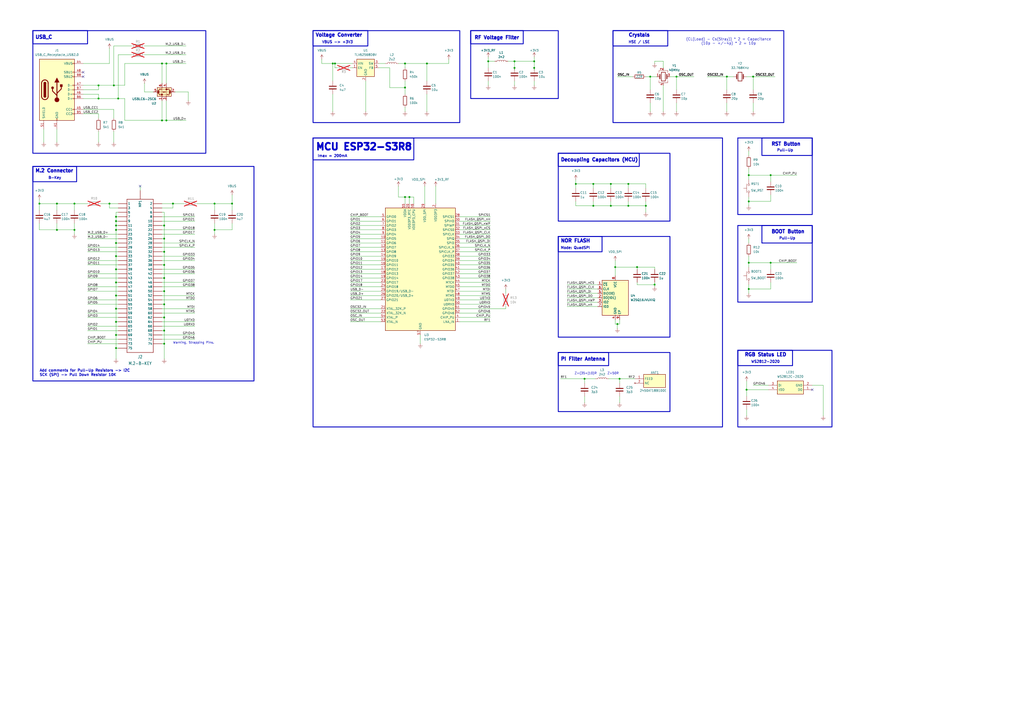
<source format=kicad_sch>
(kicad_sch (version 20231120) (generator "eeschema") (generator_version "8.0")
  (paper "A2")
  (junction (at 447.04 152.4))
  (junction (at 247.65 36.83))
  (junction (at 95.25 161.29))
  (junction (at 95.25 153.67))
  (junction (at 96.52 36.83))
  (junction (at 434.34 116.84))
  (junction (at 433.07 226.06))
  (junction (at 67.31 128.27))
  (junction (at 374.65 119.38))
  (junction (at 434.34 101.6))
  (junction (at 67.31 140.97))
  (junction (at 67.31 194.31))
  (junction (at 124.46 133.35))
  (junction (at 67.31 133.35))
  (junction (at 67.31 130.81))
  (junction (at 298.45 35.56))
  (junction (at 194.31 36.83))
  (junction (at 95.25 176.53))
  (junction (at 379.73 165.1))
  (junction (at 344.17 119.38))
  (junction (at 67.31 186.69))
  (junction (at 436.88 44.45))
  (junction (at 93.98 69.85))
  (junction (at 67.31 156.21))
  (junction (at 95.25 191.77))
  (junction (at 95.25 146.05))
  (junction (at 95.25 199.39))
  (junction (at 298.45 39.37))
  (junction (at 95.25 130.81))
  (junction (at 67.31 125.73))
  (junction (at 67.31 171.45))
  (junction (at 95.25 184.15))
  (junction (at 354.33 119.38))
  (junction (at 364.49 106.68))
  (junction (at 68.58 57.15))
  (junction (at 356.87 154.94))
  (junction (at 377.19 44.45))
  (junction (at 234.95 36.83))
  (junction (at 369.57 154.94))
  (junction (at 309.88 35.56))
  (junction (at 67.31 163.83))
  (junction (at 358.14 187.96))
  (junction (at 57.15 49.53))
  (junction (at 434.34 152.4))
  (junction (at 309.88 39.37))
  (junction (at 43.18 133.35))
  (junction (at 447.04 101.6))
  (junction (at 434.34 167.64))
  (junction (at 63.5 118.11))
  (junction (at 100.33 118.11))
  (junction (at 234.95 50.8))
  (junction (at 283.21 35.56))
  (junction (at 334.01 106.68))
  (junction (at 67.31 201.93))
  (junction (at 96.52 69.85))
  (junction (at 43.18 118.11))
  (junction (at 193.04 36.83))
  (junction (at 22.86 118.11))
  (junction (at 67.31 148.59))
  (junction (at 392.43 44.45))
  (junction (at 57.15 57.15))
  (junction (at 95.25 138.43))
  (junction (at 67.31 179.07))
  (junction (at 93.98 36.83))
  (junction (at 339.09 219.71))
  (junction (at 421.64 44.45))
  (junction (at 354.33 106.68))
  (junction (at 344.17 106.68))
  (junction (at 66.04 49.53))
  (junction (at 237.49 114.3))
  (junction (at 134.62 118.11))
  (junction (at 33.02 118.11))
  (junction (at 234.95 114.3))
  (junction (at 95.25 168.91))
  (junction (at 124.46 118.11))
  (junction (at 364.49 119.38))
  (junction (at 33.02 133.35))
  (junction (at 359.41 219.71))
  (no_connect (at 48.26 41.91))
  (no_connect (at 81.28 107.95))
  (no_connect (at 471.17 226.06))
  (no_connect (at 48.26 44.45))
  (wire (pts (xy 203.2 140.97) (xy 220.98 140.97)))
  (wire (pts (xy 434.34 165.1) (xy 434.34 167.64)))
  (wire (pts (xy 67.31 179.07) (xy 68.58 179.07)))
  (wire (pts (xy 246.38 107.95) (xy 246.38 118.11)))
  (wire (pts (xy 67.31 128.27) (xy 67.31 130.81)))
  (wire (pts (xy 243.84 194.31) (xy 243.84 199.39)))
  (wire (pts (xy 359.41 229.87) (xy 359.41 233.68)))
  (wire (pts (xy 93.98 179.07) (xy 113.03 179.07)))
  (wire (pts (xy 447.04 152.4) (xy 434.34 152.4)))
  (wire (pts (xy 334.01 104.14) (xy 334.01 106.68)))
  (wire (pts (xy 67.31 133.35) (xy 67.31 140.97)))
  (wire (pts (xy 266.7 138.43) (xy 284.48 138.43)))
  (wire (pts (xy 325.12 219.71) (xy 339.09 219.71)))
  (wire (pts (xy 379.73 163.83) (xy 379.73 165.1)))
  (wire (pts (xy 447.04 101.6) (xy 447.04 105.41)))
  (wire (pts (xy 433.07 226.06) (xy 433.07 229.87)))
  (wire (pts (xy 356.87 185.42) (xy 356.87 187.96)))
  (wire (pts (xy 93.98 135.89) (xy 113.03 135.89)))
  (wire (pts (xy 68.58 120.65) (xy 63.5 120.65)))
  (wire (pts (xy 50.8 151.13) (xy 68.58 151.13)))
  (wire (pts (xy 203.2 128.27) (xy 220.98 128.27)))
  (wire (pts (xy 194.31 36.83) (xy 204.47 36.83)))
  (wire (pts (xy 72.39 36.83) (xy 93.98 36.83)))
  (wire (pts (xy 203.2 173.99) (xy 220.98 173.99)))
  (wire (pts (xy 50.8 176.53) (xy 68.58 176.53)))
  (wire (pts (xy 186.69 36.83) (xy 193.04 36.83)))
  (wire (pts (xy 240.03 118.11) (xy 240.03 114.3)))
  (wire (pts (xy 379.73 156.21) (xy 379.73 154.94)))
  (wire (pts (xy 76.2 26.67) (xy 66.04 26.67)))
  (wire (pts (xy 203.2 179.07) (xy 220.98 179.07)))
  (wire (pts (xy 392.43 44.45) (xy 402.59 44.45)))
  (wire (pts (xy 334.01 119.38) (xy 344.17 119.38)))
  (wire (pts (xy 67.31 171.45) (xy 67.31 179.07)))
  (wire (pts (xy 50.8 189.23) (xy 68.58 189.23)))
  (wire (pts (xy 434.34 114.3) (xy 434.34 116.84)))
  (wire (pts (xy 203.2 171.45) (xy 220.98 171.45)))
  (wire (pts (xy 434.34 148.59) (xy 434.34 152.4)))
  (wire (pts (xy 434.34 87.63) (xy 434.34 90.17)))
  (wire (pts (xy 247.65 36.83) (xy 247.65 46.99)))
  (wire (pts (xy 134.62 133.35) (xy 124.46 133.35)))
  (wire (pts (xy 83.82 26.67) (xy 107.95 26.67)))
  (wire (pts (xy 33.02 129.54) (xy 33.02 133.35)))
  (wire (pts (xy 392.43 59.69) (xy 392.43 64.77)))
  (wire (pts (xy 43.18 133.35) (xy 43.18 135.89)))
  (wire (pts (xy 67.31 125.73) (xy 67.31 128.27)))
  (wire (pts (xy 388.62 44.45) (xy 392.43 44.45)))
  (wire (pts (xy 66.04 26.67) (xy 66.04 49.53)))
  (wire (pts (xy 266.7 158.75) (xy 284.48 158.75)))
  (wire (pts (xy 57.15 52.07) (xy 48.26 52.07)))
  (wire (pts (xy 374.65 106.68) (xy 374.65 109.22)))
  (wire (pts (xy 356.87 151.13) (xy 356.87 154.94)))
  (wire (pts (xy 266.7 173.99) (xy 284.48 173.99)))
  (wire (pts (xy 67.31 171.45) (xy 68.58 171.45)))
  (wire (pts (xy 48.26 63.5) (xy 66.04 63.5)))
  (wire (pts (xy 93.98 166.37) (xy 113.03 166.37)))
  (wire (pts (xy 203.2 148.59) (xy 220.98 148.59)))
  (wire (pts (xy 67.31 125.73) (xy 68.58 125.73)))
  (wire (pts (xy 22.86 115.57) (xy 22.86 118.11)))
  (wire (pts (xy 379.73 35.56) (xy 384.81 35.56)))
  (wire (pts (xy 48.26 66.04) (xy 57.15 66.04)))
  (wire (pts (xy 298.45 40.64) (xy 298.45 39.37)))
  (wire (pts (xy 421.64 59.69) (xy 421.64 64.77)))
  (wire (pts (xy 359.41 219.71) (xy 359.41 222.25)))
  (wire (pts (xy 95.25 191.77) (xy 95.25 184.15)))
  (wire (pts (xy 447.04 163.83) (xy 447.04 167.64)))
  (wire (pts (xy 96.52 36.83) (xy 107.95 36.83)))
  (wire (pts (xy 266.7 168.91) (xy 284.48 168.91)))
  (wire (pts (xy 364.49 106.68) (xy 374.65 106.68)))
  (wire (pts (xy 266.7 179.07) (xy 293.37 179.07)))
  (wire (pts (xy 433.07 220.98) (xy 433.07 226.06)))
  (wire (pts (xy 95.25 161.29) (xy 95.25 153.67)))
  (wire (pts (xy 266.7 130.81) (xy 284.48 130.81)))
  (wire (pts (xy 124.46 118.11) (xy 124.46 121.92)))
  (wire (pts (xy 334.01 106.68) (xy 334.01 109.22)))
  (wire (pts (xy 50.8 196.85) (xy 68.58 196.85)))
  (wire (pts (xy 234.95 114.3) (xy 231.14 114.3)))
  (wire (pts (xy 93.98 186.69) (xy 113.03 186.69)))
  (wire (pts (xy 358.14 187.96) (xy 356.87 187.96)))
  (wire (pts (xy 354.33 109.22) (xy 354.33 106.68)))
  (wire (pts (xy 421.64 52.07) (xy 421.64 44.45)))
  (wire (pts (xy 72.39 57.15) (xy 72.39 69.85)))
  (wire (pts (xy 283.21 35.56) (xy 287.02 35.56)))
  (wire (pts (xy 309.88 46.99) (xy 309.88 49.53)))
  (wire (pts (xy 48.26 36.83) (xy 63.5 36.83)))
  (wire (pts (xy 22.86 129.54) (xy 22.86 133.35)))
  (wire (pts (xy 266.7 176.53) (xy 284.48 176.53)))
  (wire (pts (xy 93.98 163.83) (xy 113.03 163.83)))
  (wire (pts (xy 447.04 101.6) (xy 434.34 101.6)))
  (wire (pts (xy 219.71 39.37) (xy 226.06 39.37)))
  (wire (pts (xy 67.31 133.35) (xy 68.58 133.35)))
  (wire (pts (xy 50.8 143.51) (xy 68.58 143.51)))
  (wire (pts (xy 447.04 101.6) (xy 462.28 101.6)))
  (wire (pts (xy 93.98 158.75) (xy 113.03 158.75)))
  (wire (pts (xy 83.82 31.75) (xy 107.95 31.75)))
  (wire (pts (xy 50.8 166.37) (xy 68.58 166.37)))
  (wire (pts (xy 134.62 129.54) (xy 134.62 133.35)))
  (wire (pts (xy 203.2 135.89) (xy 220.98 135.89)))
  (wire (pts (xy 57.15 57.15) (xy 57.15 54.61)))
  (wire (pts (xy 266.7 161.29) (xy 284.48 161.29)))
  (wire (pts (xy 58.42 118.11) (xy 63.5 118.11)))
  (wire (pts (xy 57.15 76.2) (xy 57.15 82.55)))
  (wire (pts (xy 95.25 191.77) (xy 95.25 199.39)))
  (wire (pts (xy 266.7 171.45) (xy 284.48 171.45)))
  (wire (pts (xy 67.31 156.21) (xy 67.31 163.83)))
  (wire (pts (xy 67.31 140.97) (xy 68.58 140.97)))
  (wire (pts (xy 67.31 201.93) (xy 67.31 208.28)))
  (wire (pts (xy 374.65 116.84) (xy 374.65 119.38)))
  (wire (pts (xy 93.98 133.35) (xy 113.03 133.35)))
  (wire (pts (xy 93.98 181.61) (xy 113.03 181.61)))
  (wire (pts (xy 266.7 128.27) (xy 284.48 128.27)))
  (wire (pts (xy 377.19 59.69) (xy 377.19 64.77)))
  (wire (pts (xy 266.7 166.37) (xy 284.48 166.37)))
  (wire (pts (xy 67.31 163.83) (xy 68.58 163.83)))
  (wire (pts (xy 93.98 171.45) (xy 113.03 171.45)))
  (wire (pts (xy 95.25 153.67) (xy 95.25 146.05)))
  (wire (pts (xy 66.04 63.5) (xy 66.04 68.58)))
  (wire (pts (xy 346.71 165.1) (xy 328.93 165.1)))
  (wire (pts (xy 93.98 138.43) (xy 95.25 138.43)))
  (wire (pts (xy 434.34 97.79) (xy 434.34 101.6)))
  (wire (pts (xy 447.04 152.4) (xy 462.28 152.4)))
  (wire (pts (xy 203.2 143.51) (xy 220.98 143.51)))
  (wire (pts (xy 203.2 168.91) (xy 220.98 168.91)))
  (wire (pts (xy 266.7 181.61) (xy 284.48 181.61)))
  (wire (pts (xy 328.93 167.64) (xy 346.71 167.64)))
  (wire (pts (xy 43.18 129.54) (xy 43.18 133.35)))
  (wire (pts (xy 93.98 196.85) (xy 113.03 196.85)))
  (wire (pts (xy 434.34 167.64) (xy 434.34 170.18)))
  (wire (pts (xy 364.49 106.68) (xy 364.49 109.22)))
  (wire (pts (xy 237.49 118.11) (xy 237.49 114.3)))
  (wire (pts (xy 298.45 35.56) (xy 294.64 35.56)))
  (wire (pts (xy 93.98 194.31) (xy 113.03 194.31)))
  (wire (pts (xy 392.43 44.45) (xy 392.43 52.07)))
  (wire (pts (xy 43.18 118.11) (xy 33.02 118.11)))
  (wire (pts (xy 186.69 34.29) (xy 186.69 36.83)))
  (wire (pts (xy 379.73 165.1) (xy 369.57 165.1)))
  (wire (pts (xy 93.98 120.65) (xy 100.33 120.65)))
  (wire (pts (xy 203.2 146.05) (xy 220.98 146.05)))
  (wire (pts (xy 203.2 186.69) (xy 220.98 186.69)))
  (wire (pts (xy 231.14 36.83) (xy 234.95 36.83)))
  (wire (pts (xy 379.73 165.1) (xy 379.73 166.37)))
  (wire (pts (xy 67.31 163.83) (xy 67.31 171.45)))
  (wire (pts (xy 93.98 168.91) (xy 95.25 168.91)))
  (wire (pts (xy 344.17 119.38) (xy 354.33 119.38)))
  (wire (pts (xy 203.2 166.37) (xy 220.98 166.37)))
  (wire (pts (xy 33.02 74.93) (xy 33.02 82.55)))
  (wire (pts (xy 67.31 140.97) (xy 67.31 148.59)))
  (wire (pts (xy 50.8 168.91) (xy 68.58 168.91)))
  (wire (pts (xy 231.14 107.95) (xy 231.14 114.3)))
  (wire (pts (xy 33.02 133.35) (xy 43.18 133.35)))
  (wire (pts (xy 203.2 39.37) (xy 204.47 39.37)))
  (wire (pts (xy 298.45 39.37) (xy 298.45 35.56)))
  (wire (pts (xy 193.04 36.83) (xy 193.04 46.99)))
  (wire (pts (xy 359.41 185.42) (xy 359.41 187.96)))
  (wire (pts (xy 354.33 116.84) (xy 354.33 119.38)))
  (wire (pts (xy 33.02 118.11) (xy 33.02 121.92)))
  (wire (pts (xy 50.8 191.77) (xy 68.58 191.77)))
  (wire (pts (xy 203.2 133.35) (xy 220.98 133.35)))
  (wire (pts (xy 436.88 44.45) (xy 436.88 52.07)))
  (wire (pts (xy 346.71 175.26) (xy 328.93 175.26)))
  (wire (pts (xy 194.31 36.83) (xy 193.04 36.83)))
  (wire (pts (xy 43.18 118.11) (xy 43.18 121.92)))
  (wire (pts (xy 266.7 186.69) (xy 284.48 186.69)))
  (wire (pts (xy 212.09 46.99) (xy 212.09 64.77)))
  (wire (pts (xy 374.65 119.38) (xy 374.65 123.19)))
  (wire (pts (xy 57.15 66.04) (xy 57.15 68.58)))
  (wire (pts (xy 334.01 116.84) (xy 334.01 119.38)))
  (wire (pts (xy 436.88 59.69) (xy 436.88 64.77)))
  (wire (pts (xy 50.8 161.29) (xy 68.58 161.29)))
  (wire (pts (xy 67.31 201.93) (xy 68.58 201.93)))
  (wire (pts (xy 134.62 113.03) (xy 134.62 118.11)))
  (wire (pts (xy 48.26 57.15) (xy 57.15 57.15)))
  (wire (pts (xy 109.22 53.34) (xy 109.22 58.42)))
  (wire (pts (xy 339.09 219.71) (xy 345.44 219.71)))
  (wire (pts (xy 266.7 184.15) (xy 284.48 184.15)))
  (wire (pts (xy 234.95 62.23) (xy 234.95 64.77)))
  (wire (pts (xy 309.88 40.64) (xy 309.88 39.37)))
  (wire (pts (xy 93.98 189.23) (xy 113.03 189.23)))
  (wire (pts (xy 369.57 156.21) (xy 369.57 154.94)))
  (wire (pts (xy 377.19 44.45) (xy 381 44.45)))
  (wire (pts (xy 384.81 49.53) (xy 384.81 64.77)))
  (wire (pts (xy 50.8 146.05) (xy 68.58 146.05)))
  (wire (pts (xy 72.39 36.83) (xy 72.39 49.53)))
  (wire (pts (xy 260.35 34.29) (xy 260.35 36.83)))
  (wire (pts (xy 374.65 119.38) (xy 364.49 119.38)))
  (wire (pts (xy 95.25 184.15) (xy 95.25 176.53)))
  (wire (pts (xy 447.04 116.84) (xy 434.34 116.84)))
  (wire (pts (xy 203.2 138.43) (xy 220.98 138.43)))
  (wire (pts (xy 93.98 199.39) (xy 95.25 199.39)))
  (wire (pts (xy 67.31 186.69) (xy 67.31 194.31)))
  (wire (pts (xy 93.98 36.83) (xy 96.52 36.83)))
  (wire (pts (xy 410.21 44.45) (xy 421.64 44.45)))
  (wire (pts (xy 344.17 106.68) (xy 354.33 106.68)))
  (wire (pts (xy 124.46 133.35) (xy 124.46 135.89)))
  (wire (pts (xy 346.71 170.18) (xy 328.93 170.18)))
  (wire (pts (xy 124.46 129.54) (xy 124.46 133.35)))
  (wire (pts (xy 93.98 161.29) (xy 95.25 161.29)))
  (wire (pts (xy 134.62 118.11) (xy 134.62 121.92)))
  (wire (pts (xy 67.31 179.07) (xy 67.31 186.69)))
  (wire (pts (xy 237.49 114.3) (xy 234.95 114.3)))
  (wire (pts (xy 50.8 158.75) (xy 68.58 158.75)))
  (wire (pts (xy 471.17 223.52) (xy 477.52 223.52)))
  (wire (pts (xy 344.17 106.68) (xy 334.01 106.68)))
  (wire (pts (xy 247.65 64.77) (xy 247.65 54.61)))
  (wire (pts (xy 63.5 36.83) (xy 63.5 27.94)))
  (wire (pts (xy 339.09 219.71) (xy 339.09 222.25)))
  (wire (pts (xy 95.25 138.43) (xy 95.25 130.81)))
  (wire (pts (xy 344.17 116.84) (xy 344.17 119.38)))
  (wire (pts (xy 293.37 167.64) (xy 293.37 170.18)))
  (wire (pts (xy 433.07 44.45) (xy 436.88 44.45)))
  (wire (pts (xy 266.7 125.73) (xy 284.48 125.73)))
  (wire (pts (xy 266.7 140.97) (xy 284.48 140.97)))
  (wire (pts (xy 83.82 53.34) (xy 88.9 53.34)))
  (wire (pts (xy 95.25 168.91) (xy 95.25 161.29)))
  (wire (pts (xy 266.7 153.67) (xy 284.48 153.67)))
  (wire (pts (xy 50.8 135.89) (xy 68.58 135.89)))
  (wire (pts (xy 67.31 130.81) (xy 67.31 133.35)))
  (wire (pts (xy 434.34 152.4) (xy 434.34 154.94)))
  (wire (pts (xy 95.25 146.05) (xy 95.25 138.43)))
  (wire (pts (xy 67.31 194.31) (xy 68.58 194.31)))
  (wire (pts (xy 93.98 191.77) (xy 95.25 191.77)))
  (wire (pts (xy 100.33 120.65) (xy 100.33 118.11)))
  (wire (pts (xy 100.33 118.11) (xy 106.68 118.11)))
  (wire (pts (xy 93.98 184.15) (xy 95.25 184.15)))
  (wire (pts (xy 421.64 44.45) (xy 425.45 44.45)))
  (wire (pts (xy 203.2 156.21) (xy 220.98 156.21)))
  (wire (pts (xy 95.25 199.39) (xy 95.25 208.28)))
  (wire (pts (xy 309.88 39.37) (xy 309.88 35.56)))
  (wire (pts (xy 203.2 158.75) (xy 220.98 158.75)))
  (wire (pts (xy 72.39 57.15) (xy 68.58 57.15)))
  (wire (pts (xy 93.98 176.53) (xy 95.25 176.53)))
  (wire (pts (xy 298.45 46.99) (xy 298.45 49.53)))
  (wire (pts (xy 93.98 156.21) (xy 113.03 156.21)))
  (wire (pts (xy 93.98 173.99) (xy 113.03 173.99)))
  (wire (pts (xy 93.98 128.27) (xy 113.03 128.27)))
  (wire (pts (xy 67.31 186.69) (xy 68.58 186.69)))
  (wire (pts (xy 81.28 107.95) (xy 81.28 110.49)))
  (wire (pts (xy 234.95 36.83) (xy 234.95 39.37)))
  (wire (pts (xy 434.34 116.84) (xy 434.34 119.38)))
  (wire (pts (xy 364.49 116.84) (xy 364.49 119.38)))
  (wire (pts (xy 203.2 151.13) (xy 220.98 151.13)))
  (wire (pts (xy 22.86 133.35) (xy 33.02 133.35)))
  (wire (pts (xy 124.46 118.11) (xy 134.62 118.11)))
  (wire (pts (xy 283.21 46.99) (xy 283.21 49.53)))
  (wire (pts (xy 436.88 44.45) (xy 449.58 44.45)))
  (wire (pts (xy 67.31 128.27) (xy 68.58 128.27)))
  (wire (pts (xy 266.7 135.89) (xy 284.48 135.89)))
  (wire (pts (xy 369.57 163.83) (xy 369.57 165.1)))
  (wire (pts (xy 283.21 33.02) (xy 283.21 35.56)))
  (wire (pts (xy 93.98 130.81) (xy 95.25 130.81)))
  (wire (pts (xy 356.87 154.94) (xy 356.87 160.02)))
  (wire (pts (xy 68.58 123.19) (xy 67.31 123.19)))
  (wire (pts (xy 93.98 123.19) (xy 95.25 123.19)))
  (wire (pts (xy 63.5 120.65) (xy 63.5 118.11)))
  (wire (pts (xy 266.7 143.51) (xy 284.48 143.51)))
  (wire (pts (xy 50.8 199.39) (xy 68.58 199.39)))
  (wire (pts (xy 328.93 172.72) (xy 346.71 172.72)))
  (wire (pts (xy 96.52 69.85) (xy 107.95 69.85)))
  (wire (pts (xy 67.31 148.59) (xy 67.31 156.21)))
  (wire (pts (xy 346.71 177.8) (xy 328.93 177.8)))
  (wire (pts (xy 93.98 58.42) (xy 93.98 69.85)))
  (wire (pts (xy 219.71 36.83) (xy 223.52 36.83)))
  (wire (pts (xy 353.06 219.71) (xy 359.41 219.71)))
  (wire (pts (xy 93.98 153.67) (xy 95.25 153.67)))
  (wire (pts (xy 447.04 152.4) (xy 447.04 156.21)))
  (wire (pts (xy 344.17 106.68) (xy 344.17 109.22)))
  (wire (pts (xy 266.7 133.35) (xy 284.48 133.35)))
  (wire (pts (xy 203.2 130.81) (xy 220.98 130.81)))
  (wire (pts (xy 22.86 118.11) (xy 22.86 121.92)))
  (wire (pts (xy 96.52 58.42) (xy 96.52 69.85)))
  (wire (pts (xy 384.81 39.37) (xy 384.81 35.56)))
  (wire (pts (xy 93.98 36.83) (xy 93.98 48.26)))
  (wire (pts (xy 374.65 44.45) (xy 377.19 44.45)))
  (wire (pts (xy 266.7 146.05) (xy 284.48 146.05)))
  (wire (pts (xy 203.2 163.83) (xy 220.98 163.83)))
  (wire (pts (xy 434.34 138.43) (xy 434.34 140.97)))
  (wire (pts (xy 436.88 223.52) (xy 445.77 223.52)))
  (wire (pts (xy 266.7 163.83) (xy 284.48 163.83)))
  (wire (pts (xy 358.14 187.96) (xy 358.14 190.5)))
  (wire (pts (xy 234.95 36.83) (xy 247.65 36.83)))
  (wire (pts (xy 433.07 237.49) (xy 433.07 241.3)))
  (wire (pts (xy 226.06 39.37) (xy 226.06 50.8)))
  (wire (pts (xy 309.88 35.56) (xy 298.45 35.56)))
  (wire (pts (xy 33.02 118.11) (xy 22.86 118.11)))
  (wire (pts (xy 433.07 226.06) (xy 445.77 226.06)))
  (wire (pts (xy 57.15 49.53) (xy 57.15 52.07)))
  (wire (pts (xy 93.98 148.59) (xy 113.03 148.59)))
  (wire (pts (xy 67.31 194.31) (xy 67.31 201.93)))
  (wire (pts (xy 93.98 69.85) (xy 96.52 69.85)))
  (wire (pts (xy 203.2 153.67) (xy 220.98 153.67)))
  (wire (pts (xy 67.31 130.81) (xy 68.58 130.81)))
  (wire (pts (xy 203.2 125.73) (xy 220.98 125.73)))
  (wire (pts (xy 252.73 107.95) (xy 252.73 118.11)))
  (wire (pts (xy 477.52 223.52) (xy 477.52 241.3)))
  (wire (pts (xy 359.41 219.71) (xy 368.3 219.71)))
  (wire (pts (xy 93.98 143.51) (xy 113.03 143.51)))
  (wire (pts (xy 266.7 151.13) (xy 284.48 151.13)))
  (wire (pts (xy 66.04 76.2) (xy 66.04 82.55)))
  (wire (pts (xy 354.33 106.68) (xy 364.49 106.68)))
  (wire (pts (xy 67.31 148.59) (xy 68.58 148.59)))
  (wire (pts (xy 68.58 31.75) (xy 68.58 57.15)))
  (wire (pts (xy 358.14 44.45) (xy 367.03 44.45)))
  (wire (pts (xy 266.7 156.21) (xy 284.48 156.21)))
  (wire (pts (xy 93.98 140.97) (xy 113.03 140.97)))
  (wire (pts (xy 93.98 146.05) (xy 95.25 146.05)))
  (wire (pts (xy 379.73 35.56) (xy 379.73 36.83)))
  (wire (pts (xy 203.2 181.61) (xy 220.98 181.61)))
  (wire (pts (xy 63.5 118.11) (xy 68.58 118.11)))
  (wire (pts (xy 72.39 69.85) (xy 93.98 69.85)))
  (wire (pts (xy 369.57 154.94) (xy 356.87 154.94)))
  (wire (pts (xy 67.31 156.21) (xy 68.58 156.21)))
  (wire (pts (xy 93.98 125.73) (xy 113.03 125.73)))
  (wire (pts (xy 226.06 50.8) (xy 234.95 50.8)))
  (wire (pts (xy 50.8 153.67) (xy 68.58 153.67)))
  (wire (pts (xy 93.98 151.13) (xy 113.03 151.13)))
  (wire (pts (xy 95.25 123.19) (xy 95.25 130.81)))
  (wire (pts (xy 96.52 36.83) (xy 96.52 48.26)))
  (wire (pts (xy 48.26 49.53) (xy 57.15 49.53)))
  (wire (pts (xy 247.65 36.83) (xy 260.35 36.83)))
  (wire (pts (xy 293.37 177.8) (xy 293.37 179.07)))
  (wire (pts (xy 50.8 181.61) (xy 68.58 181.61)))
  (wire (pts (xy 309.88 33.02) (xy 309.88 35.56)))
  (wire (pts (xy 95.25 176.53) (xy 95.25 168.91)))
  (wire (pts (xy 240.03 114.3) (xy 237.49 114.3)))
  (wire (pts (xy 283.21 35.56) (xy 283.21 39.37)))
  (wire (pts (xy 354.33 119.38) (xy 364.49 119.38)))
  (wire (pts (xy 68.58 57.15) (xy 57.15 57.15)))
  (wire (pts (xy 379.73 154.94) (xy 369.57 154.94)))
  (wire (pts (xy 66.04 49.53) (xy 57.15 49.53)))
  (wire (pts (xy 234.95 118.11) (xy 234.95 114.3)))
  (wire (pts (xy 358.14 187.96) (xy 359.41 187.96)))
  (wire (pts (xy 50.8 173.99) (xy 68.58 173.99)))
  (wire (pts (xy 195.58 39.37) (xy 194.31 39.37)))
  (wire (pts (xy 447.04 167.64) (xy 434.34 167.64)))
  (wire (pts (xy 193.04 54.61) (xy 193.04 64.77)))
  (wire (pts (xy 93.98 118.11) (xy 100.33 118.11)))
  (wire (pts (xy 72.39 49.53) (xy 66.04 49.53)))
  (wire (pts (xy 50.8 138.43) (xy 68.58 138.43)))
  (wire (pts (xy 76.2 31.75) (xy 68.58 31.75)))
  (wire (pts (xy 434.34 101.6) (xy 434.34 104.14)))
  (wire (pts (xy 57.15 54.61) (xy 48.26 54.61)))
  (wire (pts (xy 67.31 123.19) (xy 67.31 125.73)))
  (wire (pts (xy 447.04 113.03) (xy 447.04 116.84)))
  (wire (pts (xy 194.31 39.37) (xy 194.31 36.83)))
  (wire (pts (xy 83.82 53.34) (xy 83.82 48.26)))
  (wire (pts (xy 339.09 229.87) (xy 339.09 233.68)))
  (wire (pts (xy 101.6 53.34) (xy 109.22 53.34)))
  (wire (pts (xy 114.3 118.11) (xy 124.46 118.11)))
  (wire (pts (xy 25.4 74.93) (xy 25.4 82.55)))
  (wire (pts (xy 43.18 118.11) (xy 50.8 118.11)))
  (wire (pts (xy 377.19 44.45) (xy 377.19 52.07)))
  (wire (pts (xy 203.2 161.29) (xy 220.98 161.29)))
  (wire (pts (xy 234.95 46.99) (xy 234.95 50.8)))
  (wire (pts (xy 50.8 184.15) (xy 68.58 184.15)))
  (wire (pts (xy 234.95 50.8) (xy 234.95 54.61)))
  (wire (pts (xy 266.7 148.59) (xy 284.48 148.59)))
  (wire (pts (xy 203.2 184.15) (xy 220.98 184.15)))
  (rectangle (start 19.05 96.52) (end 44.45 105.41) (stroke (width 0.5)))
  (rectangle (start 19.05 96.52) (end 147.32 220.98) (stroke (width 0.5)))
  (rectangle (start 441.96 130.81) (end 471.17 140.97) (stroke (width 0.5)))
  (rectangle (start 273.05 17.78) (end 303.53 25.4) (stroke (width 0.5)))
  (rectangle (start 441.96 80.01) (end 471.17 90.17) (stroke (width 0.5)))
  (rectangle (start 323.85 137.16) (end 388.62 195.58) (stroke (width 0.5)))
  (rectangle (start 323.85 88.9) (end 370.84 96.52) (stroke (width 0.5)))
  (rectangle (start 323.85 204.47) (end 388.62 238.76) (stroke (width 0.5)))
  (rectangle (start 181.61 17.78) (end 266.7 71.12) (stroke (width 0.5)))
  (rectangle (start 323.85 88.9) (end 388.62 128.27) (stroke (width 0.5)))
  (rectangle (start 355.6 17.78) (end 454.66 71.12) (stroke (width 0.5)))
  (rectangle (start 19.05 17.78) (end 50.8 25.4) (stroke (width 0.5)))
  (rectangle (start 355.6 17.78) (end 387.35 26.67) (stroke (width 0.5)))
  (rectangle (start 323.85 137.16) (end 349.25 146.05) (stroke (width 0.5)))
  (rectangle (start 427.99 203.2) (end 459.74 212.09) (stroke (width 0.5)))
  (rectangle (start 181.61 17.78) (end 213.36 26.67) (stroke (width 0.5)))
  (rectangle (start 181.61 80.01) (end 240.03 92.71) (stroke (width 0.5)))
  (rectangle (start 427.99 130.81) (end 471.17 175.26) (stroke (width 0.5)))
  (rectangle (start 427.99 80.01) (end 471.17 124.46) (stroke (width 0.5)))
  (rectangle (start 181.61 80.01) (end 419.1 247.65) (stroke (width 0.5)))
  (rectangle (start 19.05 17.78) (end 119.38 88.9) (stroke (width 0.5)))
  (rectangle (start 273.05 17.78) (end 323.85 57.15) (stroke (width 0.5)))
  (rectangle (start 323.85 204.47) (end 353.06 212.09) (stroke (width 0.5)))
  (rectangle (start 427.99 203.2) (end 482.6 247.65) (stroke (width 0.5)))
  (text "RGB Status LED" (at 431.8 207.01 0) (effects (font (size 2 2) (thickness 1) (bold yes)) (justify left bottom)))
  (text "BOOT Button\n" (at 447.294 135.636 0) (effects (font (size 2 2) (thickness 1) (bold yes)) (justify left bottom)))
  (text "Crystals" (at 364.49 21.59 0) (effects (font (size 2 2) (thickness 1) (bold yes)) (justify left bottom)))
  (text "B-Key" (at 27.94 104.14 0) (effects (font (size 1.5 1.5) (bold yes)) (justify left bottom)))
  (text "HSE / LSE" (at 364.49 25.4 0) (effects (font (size 1.5 1.5) (bold yes)) (justify left bottom)))
  (text "Add comments for Pull-Up Resistors -> I2C\n" (at 22.86 215.9 0) (effects (font (size 1.5 1.5) (bold yes)) (justify left bottom)))
  (text "Voltage Converter\n" (at 182.88 21.59 0) (effects (font (size 2 2) (thickness 1) (bold yes)) (justify left bottom)))
  (text "MCU ESP32-S3R8" (at 182.88 87.63 0) (effects (font (size 4 4) (thickness 1) (bold yes)) (justify left bottom)))
  (text "RF Voltage Filter" (at 275.082 23.114 0) (effects (font (size 2 2) (thickness 1) (bold yes)) (justify left bottom)))
  (text "Mode: QuadSPI" (at 325.12 144.78 0) (effects (font (size 1.5 1.5) (bold yes)) (justify left bottom)))
  (text "NOR FLASH" (at 325.12 140.97 0) (effects (font (size 2 2) (thickness 1) (bold yes)) (justify left bottom)))
  (text "USB_C\n" (at 20.32 22.86 0) (effects (font (size 2 2) (thickness 1) (bold yes)) (justify left bottom)))
  (text "SCK (SPI) -> Pull Down Resistor 10K" (at 22.86 218.44 0) (effects (font (size 1.5 1.5) (bold yes)) (justify left bottom)))
  (text "M.2 Connector\n" (at 20.32 100.33 0) (effects (font (size 2 2) (thickness 1) (bold yes)) (justify left bottom)))
  (text "RST Button\n" (at 447.294 84.836 0) (effects (font (size 2 2) (thickness 1) (bold yes)) (justify left bottom)))
  (text "WS2812-2020" (at 435.61 210.82 0) (effects (font (size 1.5 1.5) (bold yes)) (justify left bottom)))
  (text "Decoupling Capacitors (MCU)" (at 325.12 93.98 0) (effects (font (size 2 2) (thickness 1) (bold yes)) (justify left bottom)))
  (text "Pull-Up" (at 451.866 139.192 0) (effects (font (size 1.5 1.5) (bold yes)) (justify left bottom)))
  (text "Warning, Strapping Pins. " (at 112.776 198.882 0) (effects (font (size 1.27 1.27))))
  (text "VBUS -> +3V3" (at 186.69 25.4 0) (effects (font (size 1.5 1.5) (bold yes)) (justify left bottom)))
  (text "Z=(35+j10)R" (at 333.248 217.424 0) (effects (font (size 1.27 1.27)) (justify left bottom)))
  (text "PI Filter Antenna\n" (at 325.12 209.55 0) (effects (font (size 2 2) (thickness 1) (bold yes)) (justify left bottom)))
  (text "(CL(Load) - Cs(Stray)) * 2 = Capacitance\n(10p - +/-4p) * 2 = 10p" (at 422.656 26.162 0) (effects (font (size 1.5 1.5)) (justify bottom)))
  (text "Imax = 200mA" (at 184.15 91.44 0) (effects (font (size 1.5 1.5) (bold yes)) (justify left bottom)))
  (text "Z=50R" (at 352.298 217.424 0) (effects (font (size 1.27 1.27)) (justify left bottom)))
  (text "Pull-Up" (at 450.596 88.138 0) (effects (font (size 1.5 1.5) (bold yes)) (justify left bottom)))
  (label "GPIO8" (at 50.8 166.37 0))
  (label "FLASH_QSPI_CLK" (at 328.93 167.64 0))
  (label "CHIP_PU" (at 284.48 184.15 180))
  (label "GPIO1" (at 203.2 128.27 0))
  (label "GPIO4" (at 203.2 135.89 0))
  (label "GPIO21" (at 113.03 128.27 180))
  (label "USB_D-" (at 107.95 36.83 180))
  (label "SPICLK_P" (at 284.48 146.05 180))
  (label "GPIO38" (at 284.48 161.29 180))
  (label "SPICLK_P" (at 113.03 143.51 180))
  (label "GPIO8" (at 203.2 146.05 0))
  (label "OSC32_IN" (at 410.21 44.45 0) (effects (font (bold yes))))
  (label "GPIO10" (at 50.8 158.75 0))
  (label "GPIO46" (at 436.88 223.52 0))
  (label "OSC_IN" (at 203.2 184.15 0))
  (label "OSC_OUT" (at 203.2 186.69 0))
  (label "MTDO" (at 284.48 166.37 180))
  (label "USB_CC2" (at 48.26 66.04 0))
  (label "M.2_USB_D-" (at 50.8 138.43 0))
  (label "FLASH_QSPI_nWP" (at 284.48 130.81 180))
  (label "GPIO9" (at 50.8 161.29 0))
  (label "GPIO3" (at 203.2 133.35 0))
  (label "FLASH_QSPI_nWP" (at 328.93 175.26 0))
  (label "USB_CC1" (at 48.26 63.5 0))
  (label "M.2_USB_D-" (at 107.95 26.67 180))
  (label "MTCK" (at 284.48 163.83 180))
  (label "GPIO34" (at 284.48 151.13 180))
  (label "MTCK" (at 113.03 171.45 180))
  (label "GPIO45" (at 113.03 194.31 180))
  (label "MTMS" (at 113.03 181.61 180))
  (label "GPIO14" (at 203.2 161.29 0))
  (label "FLASH_QSPI_nCS" (at 328.93 165.1 0))
  (label "FLASH_QSPI_DO" (at 284.48 138.43 180))
  (label "U0RXD" (at 284.48 176.53 180))
  (label "GPIO45" (at 284.48 179.07 180))
  (label "GPIO12" (at 203.2 156.21 0))
  (label "FLASH_QSPI_CLK" (at 284.48 135.89 180))
  (label "GPIO18" (at 113.03 133.35 180))
  (label "GPIO34" (at 113.03 151.13 180))
  (label "GPIO13" (at 50.8 146.05 0))
  (label "FLASH_QSPI_DI" (at 284.48 140.97 180))
  (label "U0TXD" (at 113.03 186.69 180))
  (label "CHIP_BOOT" (at 50.8 196.85 0))
  (label "USB_D+" (at 100.33 69.85 0))
  (label "FLASH_QSPI_DO" (at 328.93 172.72 0))
  (label "GPIO18" (at 203.2 166.37 0))
  (label "GPIO3" (at 50.8 184.15 0))
  (label "GPIO17" (at 113.03 135.89 180))
  (label "GPIO2" (at 50.8 189.23 0))
  (label "U0RXD" (at 113.03 189.23 180))
  (label "MTDI" (at 284.48 168.91 180))
  (label "GPIO2" (at 203.2 130.81 0))
  (label "OSC_OUT" (at 393.7 44.45 0) (effects (font (bold yes))))
  (label "RF1" (at 284.48 186.69 180))
  (label "FLASH_QSPI_nCS" (at 284.48 133.35 180))
  (label "SPICLK_N" (at 284.48 143.51 180))
  (label "CHIP_BOOT" (at 462.28 152.4 180))
  (label "SPICS1" (at 113.03 125.73 180))
  (label "GPIO35" (at 113.03 156.21 180))
  (label "GPIO5" (at 50.8 176.53 0))
  (label "U0TXD" (at 284.48 173.99 180))
  (label "GPIO12" (at 50.8 151.13 0))
  (label "GPIO37" (at 284.48 158.75 180))
  (label "GPIO11" (at 203.2 153.67 0))
  (label "GPIO17" (at 203.2 163.83 0))
  (label "FLASH_QSPI_DI" (at 328.93 170.18 0))
  (label "GPIO38" (at 113.03 166.37 180))
  (label "GPIO37" (at 113.03 163.83 180))
  (label "OSC_IN" (at 358.14 44.45 0) (effects (font (bold yes))))
  (label "GPIO14" (at 50.8 143.51 0))
  (label "FLASH_QSPI_nH" (at 284.48 128.27 180))
  (label "GPIO36" (at 113.03 158.75 180))
  (label "FLASH_QSPI_nH" (at 328.93 177.8 0))
  (label "GPIO13" (at 203.2 158.75 0))
  (label "CHIP_PU" (at 462.28 101.6 180))
  (label "GPIO7" (at 50.8 168.91 0))
  (label "MTMS" (at 284.48 171.45 180))
  (label "USB_D-" (at 203.2 168.91 0))
  (label "USB_D+" (at 203.2 171.45 0))
  (label "RF1" (at 325.12 219.71 0))
  (label "CHIP_PU" (at 50.8 199.39 0))
  (label "GPIO5" (at 203.2 138.43 0))
  (label "GPIO6" (at 50.8 173.99 0))
  (label "SPICLK_N" (at 113.03 140.97 180))
  (label "GPIO33" (at 284.48 148.59 180))
  (label "GPIO36" (at 284.48 156.21 180))
  (label "GPIO33" (at 113.03 148.59 180))
  (label "GPIO11" (at 50.8 153.67 0))
  (label "GPIO46" (at 113.03 196.85 180))
  (label "GPIO4" (at 50.8 181.61 0))
  (label "OSC32_OUT" (at 203.2 181.61 0))
  (label "RF2" (at 364.49 219.71 0))
  (label "GPIO10" (at 203.2 151.13 0))
  (label "GPIO46" (at 284.48 181.61 180))
  (label "OSC32_IN" (at 203.2 179.07 0))
  (label "GPIO21" (at 203.2 173.99 0))
  (label "CHIP_BOOT" (at 203.2 125.73 0))
  (label "OSC32_OUT" (at 438.15 44.45 0) (effects (font (bold yes))))
  (label "MTDI" (at 113.03 179.07 180))
  (label "GPIO9" (at 203.2 148.59 0))
  (label "SPICS1" (at 284.48 125.73 180))
  (label "MTDO" (at 113.03 173.99 180))
  (label "GPIO35" (at 284.48 153.67 180))
  (label "GPIO7" (at 203.2 143.51 0))
  (label "M.2_USB_D+" (at 107.95 31.75 180))
  (label "GPIO6" (at 203.2 140.97 0))
  (label "GPIO1" (at 50.8 191.77 0))
  (label "M.2_USB_D+" (at 50.8 135.89 0))
  (symbol (lib_id "power:Earth") (at 309.88 49.53 0) (unit 1)
    (property "Reference" "#PWR010" (effects (hide yes)))
    (property "Value" "Earth" (effects (hide yes)))
    (property "Description" "Power symbol creates a global label with name \"Earth\"" (effects (hide yes)))
  )
  (symbol (lib_id "power:Earth") (at 67.31 208.28 0) (unit 1)
    (property "Reference" "#PWR043" (effects (hide yes)))
    (property "Value" "Earth" (effects (hide yes)))
    (property "Description" "Power symbol creates a global label with name \"Earth\"" (effects (hide yes)))
  )
  (symbol (lib_id "power:Earth") (at 379.73 36.83 0) (unit 1)
    (property "Reference" "#PWR06" (effects (hide yes)))
    (property "Value" "Earth" (effects (hide yes)))
    (property "Description" "Power symbol creates a global label with name \"Earth\"" (effects (hide yes)))
  )
  (symbol (lib_id "Device:Crystal") (at 429.26 44.45 0) (unit 1)
    (property "Reference" "Y2" (at 429.26 36.83 0))
    (property "Value" "32.768KHz" (at 429.26 39.37 0))
    (property "Footprint" "Crystal:Crystal_SMD_3215-2Pin_3.2x1.5mm" (effects (hide yes)))
    (property "Description" "Two pin crystal" (effects (hide yes)))
  )
  (symbol (lib_id "power:+3V3") (at 334.01 104.14 0) (unit 1)
    (property "Reference" "#PWR026" (effects (hide yes)))
    (property "Value" "+3V3" (at 334.01 99.06 0))
    (property "Description" "Power symbol creates a global label with name \"+3V3\"" (effects (hide yes)))
  )
  (symbol (lib_id "power:Earth") (at 434.34 119.38 0) (unit 1)
    (property "Reference" "#PWR032" (effects (hide yes)))
    (property "Value" "Earth" (effects (hide yes)))
    (property "Description" "Power symbol creates a global label with name \"Earth\"" (effects (hide yes)))
  )
  (symbol (lib_id "Device:C") (at 436.88 55.88 0) (unit 1)
    (property "Reference" "C9" (at 439.42 54.61 0) (effects (justify left)))
    (property "Value" "20p" (at 439.42 57.15 0) (effects (justify left)))
    (property "Footprint" "Capacitor_SMD:C_0402_1005Metric_Pad0.74x0.62mm_HandSolder" (effects (hide yes)))
    (property "Description" "Unpolarized capacitor" (effects (hide yes)))
  )
  (symbol (lib_id "Regulator_Switching:TLV62568DBV") (at 212.09 39.37 0) (unit 1)
    (property "Reference" "U1" (at 212.09 29.21 0))
    (property "Value" "TLV62568DBV" (at 212.09 31.75 0))
    (property "Footprint" "Package_TO_SOT_SMD:SOT-23-5" (effects (hide yes)))
    (property "Datasheet" "http://www.ti.com/lit/ds/symlink/tlv62568.pdf" (effects (hide yes)))
    (property "Description" "High Efficiency Synchronous Buck Converter, Adjustable Output 0.6V-5.5V, 1A, SOT-23-5" (effects (hide yes)))
  )
  (symbol (lib_id "power:+3V3") (at 309.88 33.02 0) (unit 1)
    (property "Reference" "#PWR03" (effects (hide yes)))
    (property "Value" "+3V3" (at 309.88 29.21 0))
    (property "Description" "Power symbol creates a global label with name \"+3V3\"" (effects (hide yes)))
  )
  (symbol (lib_id "power:Earth") (at 33.02 82.55 0) (unit 1)
    (property "Reference" "#PWR022" (effects (hide yes)))
    (property "Value" "Earth" (effects (hide yes)))
    (property "Description" "Power symbol creates a global label with name \"Earth\"" (effects (hide yes)))
  )
  (symbol (lib_id "power:Earth") (at 298.45 49.53 0) (unit 1)
    (property "Reference" "#PWR09" (effects (hide yes)))
    (property "Value" "Earth" (effects (hide yes)))
    (property "Description" "Power symbol creates a global label with name \"Earth\"" (effects (hide yes)))
  )
  (symbol (lib_id "power:Earth") (at 95.25 208.28 0) (unit 1)
    (property "Reference" "#PWR044" (effects (hide yes)))
    (property "Value" "Earth" (effects (hide yes)))
    (property "Description" "Power symbol creates a global label with name \"Earth\"" (effects (hide yes)))
  )
  (symbol (lib_id "Device:R") (at 57.15 72.39 0) (unit 1)
    (property "Reference" "R7" (at 59.69 71.12 0) (effects (justify left)))
    (property "Value" "5k1" (at 59.69 73.66 0) (effects (justify left)))
    (property "Footprint" "Resistor_SMD:R_0402_1005Metric_Pad0.72x0.64mm_HandSolder" (effects (hide yes)))
    (property "Description" "Resistor" (effects (hide yes)))
  )
  (symbol (lib_id "power:+3V3") (at 231.14 107.95 0) (unit 1)
    (property "Reference" "#PWR027" (effects (hide yes)))
    (property "Value" "+3V3" (at 231.14 103.886 0))
    (property "Description" "Power symbol creates a global label with name \"+3V3\"" (effects (hide yes)))
  )
  (symbol (lib_id "Device:C") (at 33.02 125.73 0) (unit 1)
    (property "Reference" "C17" (at 35.56 124.46 0) (effects (justify left)))
    (property "Value" "100n" (at 35.56 127 0) (effects (justify left)))
    (property "Footprint" "Capacitor_SMD:C_0402_1005Metric_Pad0.74x0.62mm_HandSolder" (effects (hide yes)))
    (property "Description" "Unpolarized capacitor" (effects (hide yes)))
  )
  (symbol (lib_id "power:Earth") (at 212.09 64.77 0) (unit 1)
    (property "Reference" "#PWR013" (effects (hide yes)))
    (property "Value" "Earth" (effects (hide yes)))
    (property "Description" "Power symbol creates a global label with name \"Earth\"" (effects (hide yes)))
  )
  (symbol (lib_id "Device:C") (at 283.21 43.18 0) (unit 1)
    (property "Reference" "C1" (at 285.75 41.91 0) (effects (justify left)))
    (property "Value" "100n" (at 285.75 44.45 0) (effects (justify left)))
    (property "Footprint" "Capacitor_SMD:C_0402_1005Metric_Pad0.74x0.62mm_HandSolder" (effects (hide yes)))
    (property "Description" "Unpolarized capacitor" (effects (hide yes)))
  )
  (symbol (lib_id "Device:R") (at 110.49 118.11 90) (unit 1) (in_bom no) (dnp yes)
    (property "Reference" "R11" (at 110.744 115.316 90))
    (property "Value" "10k" (effects (hide yes)))
    (property "Footprint" "Resistor_SMD:R_0402_1005Metric_Pad0.72x0.64mm_HandSolder" (effects (hide yes)))
    (property "Description" "Resistor" (effects (hide yes)))
  )
  (symbol (lib_id "power:Earth") (at 66.04 82.55 0) (unit 1)
    (property "Reference" "#PWR024" (effects (hide yes)))
    (property "Value" "Earth" (effects (hide yes)))
    (property "Description" "Power symbol creates a global label with name \"Earth\"" (effects (hide yes)))
  )
  (symbol (lib_id "power:VBUS") (at 83.82 48.26 0) (unit 1)
    (property "Reference" "#PWR07" (effects (hide yes)))
    (property "Value" "VBUS" (at 83.82 43.18 0))
    (property "Description" "Power symbol creates a global label with name \"VBUS\"" (effects (hide yes)))
  )
  (symbol (lib_id "Device:R") (at 434.34 144.78 0) (unit 1)
    (property "Reference" "R12" (at 436.88 143.51 0) (effects (justify left)))
    (property "Value" "10k" (at 436.88 146.05 0) (effects (justify left)))
    (property "Footprint" "Resistor_SMD:R_0402_1005Metric_Pad0.72x0.64mm_HandSolder" (effects (hide yes)))
    (property "Description" "Resistor" (effects (hide yes)))
  )
  (symbol (lib_id "Device:C") (at 354.33 113.03 0) (unit 1)
    (property "Reference" "C13" (at 356.87 111.76 0) (effects (justify left)))
    (property "Value" "100n" (at 356.87 114.3 0) (effects (justify left)))
    (property "Footprint" "Capacitor_SMD:C_0402_1005Metric_Pad0.74x0.62mm_HandSolder" (effects (hide yes)))
    (property "Description" "Unpolarized capacitor" (effects (hide yes)))
  )
  (symbol (lib_id "Device:C") (at 309.88 43.18 0) (unit 1)
    (property "Reference" "C3" (at 312.42 41.91 0) (effects (justify left)))
    (property "Value" "10u" (at 312.42 44.45 0) (effects (justify left)))
    (property "Footprint" "Capacitor_SMD:C_0402_1005Metric_Pad0.74x0.62mm_HandSolder" (effects (hide yes)))
    (property "Description" "Unpolarized capacitor" (effects (hide yes)))
  )
  (symbol (lib_id "Device:R") (at 199.39 39.37 90) (unit 1) (in_bom no) (dnp yes)
    (property "Reference" "R3" (at 199.39 41.656 90))
    (property "Value" "10k" (effects (hide yes)))
    (property "Footprint" "Resistor_SMD:R_0201_0603Metric_Pad0.64x0.40mm_HandSolder" (effects (hide yes)))
    (property "Description" "Resistor" (effects (hide yes)))
  )
  (symbol (lib_id "Device:R") (at 234.95 43.18 0) (unit 1)
    (property "Reference" "R4" (at 237.49 41.91 0) (effects (justify left)))
    (property "Value" "450k" (at 237.49 44.45 0) (effects (justify left)))
    (property "Footprint" "Resistor_SMD:R_0402_1005Metric_Pad0.72x0.64mm_HandSolder" (effects (hide yes)))
    (property "Description" "Resistor" (effects (hide yes)))
  )
  (symbol (lib_id "Device:C") (at 421.64 55.88 0) (unit 1)
    (property "Reference" "C8" (at 424.18 54.61 0) (effects (justify left)))
    (property "Value" "20p" (at 424.18 57.15 0) (effects (justify left)))
    (property "Footprint" "Capacitor_SMD:C_0402_1005Metric_Pad0.74x0.62mm_HandSolder" (effects (hide yes)))
    (property "Description" "Unpolarized capacitor" (effects (hide yes)))
  )
  (symbol (lib_id "Device:C") (at 334.01 113.03 0) (unit 1)
    (property "Reference" "C11" (at 336.55 111.76 0) (effects (justify left)))
    (property "Value" "1u" (at 336.55 114.3 0) (effects (justify left)))
    (property "Footprint" "Capacitor_SMD:C_0402_1005Metric_Pad0.74x0.62mm_HandSolder" (effects (hide yes)))
    (property "Description" "Unpolarized capacitor" (effects (hide yes)))
  )
  (symbol (lib_id "power:+3V3") (at 434.34 87.63 0) (unit 1)
    (property "Reference" "#PWR025" (effects (hide yes)))
    (property "Value" "+3V3" (at 434.34 82.55 0))
    (property "Description" "Power symbol creates a global label with name \"+3V3\"" (effects (hide yes)))
  )
  (symbol (lib_id "power:Earth") (at 359.41 233.68 0) (unit 1)
    (property "Reference" "#PWR047" (effects (hide yes)))
    (property "Value" "Earth" (effects (hide yes)))
    (property "Description" "Power symbol creates a global label with name \"Earth\"" (effects (hide yes)))
  )
  (symbol (lib_id "Device:C") (at 344.17 113.03 0) (unit 1)
    (property "Reference" "C12" (at 346.71 111.76 0) (effects (justify left)))
    (property "Value" "100n" (at 346.71 114.3 0) (effects (justify left)))
    (property "Footprint" "Capacitor_SMD:C_0402_1005Metric_Pad0.74x0.62mm_HandSolder" (effects (hide yes)))
    (property "Description" "Unpolarized capacitor" (effects (hide yes)))
  )
  (symbol (lib_id "power:VBUS") (at 134.62 113.03 0) (unit 1)
    (property "Reference" "#PWR030" (effects (hide yes)))
    (property "Value" "VBUS" (at 134.62 107.95 0))
    (property "Description" "Power symbol creates a global label with name \"VBUS\"" (effects (hide yes)))
  )
  (symbol (lib_id "Device:R") (at 66.04 72.39 0) (unit 1)
    (property "Reference" "R8" (at 68.58 71.12 0) (effects (justify left)))
    (property "Value" "5k1" (at 68.58 73.66 0) (effects (justify left)))
    (property "Footprint" "Resistor_SMD:R_0402_1005Metric_Pad0.72x0.64mm_HandSolder" (effects (hide yes)))
    (property "Description" "Resistor" (effects (hide yes)))
  )
  (symbol (lib_id "Device:C") (at 377.19 55.88 0) (unit 1)
    (property "Reference" "C6" (at 379.73 54.61 0) (effects (justify left)))
    (property "Value" "10p" (at 379.73 57.15 0) (effects (justify left)))
    (property "Footprint" "Capacitor_SMD:C_0402_1005Metric_Pad0.74x0.62mm_HandSolder" (effects (hide yes)))
    (property "Description" "Unpolarized capacitor" (effects (hide yes)))
  )
  (symbol (lib_id "power:+3V3") (at 246.38 107.95 0) (unit 1)
    (property "Reference" "#PWR028" (effects (hide yes)))
    (property "Value" "VDD_SPI" (at 242.824 104.14 0))
    (property "Description" "Power symbol creates a global label with name \"+3V3\"" (effects (hide yes)))
  )
  (symbol (lib_id "power:+3V3") (at 260.35 34.29 0) (unit 1)
    (property "Reference" "#PWR05" (effects (hide yes)))
    (property "Value" "+3V3" (at 260.35 29.21 0))
    (property "Description" "Power symbol creates a global label with name \"+3V3\"" (effects (hide yes)))
  )
  (symbol (lib_id "Memory_Flash:W25Q32JVZP") (at 356.87 172.72 0) (unit 1)
    (property "Reference" "U4" (at 365.76 171.45 0) (effects (justify left)))
    (property "Value" "W25Q16JVUXIQ" (at 365.76 173.99 0) (effects (justify left)))
    (property "Footprint" "PCB_Lib_DaanHeetkamp_KiCad:USON-8-2X3_P0.6mm" (effects (hide yes)))
    (property "Datasheet" "http://www.winbond.com/resource-files/w25q32jv%20revg%2003272018%20plus.pdf" (effects (hide yes)))
    (property "Description" "32Mb Serial Flash Memory, Standard/Dual/Quad SPI, DFN-8" (effects (hide yes)))
  )
  (symbol (lib_id "power:Earth") (at 434.34 170.18 0) (unit 1)
    (property "Reference" "#PWR040" (effects (hide yes)))
    (property "Value" "Earth" (effects (hide yes)))
    (property "Description" "Power symbol creates a global label with name \"Earth\"" (effects (hide yes)))
  )
  (symbol (lib_id "power:Earth") (at 57.15 82.55 0) (unit 1)
    (property "Reference" "#PWR023" (effects (hide yes)))
    (property "Value" "Earth" (effects (hide yes)))
    (property "Description" "Power symbol creates a global label with name \"Earth\"" (effects (hide yes)))
  )
  (symbol (lib_id "Device:R") (at 434.34 93.98 0) (unit 1)
    (property "Reference" "R9" (at 436.88 92.71 0) (effects (justify left)))
    (property "Value" "10k" (at 436.88 95.25 0) (effects (justify left)))
    (property "Footprint" "Resistor_SMD:R_0402_1005Metric_Pad0.72x0.64mm_HandSolder" (effects (hide yes)))
    (property "Description" "Resistor" (effects (hide yes)))
  )
  (symbol (lib_id "power:+3V3") (at 356.87 151.13 0) (unit 1)
    (property "Reference" "#PWR037" (effects (hide yes)))
    (property "Value" "VDD_SPI" (at 356.87 146.05 0))
    (property "Description" "Power symbol creates a global label with name \"+3V3\"" (effects (hide yes)))
  )
  (symbol (lib_id "Device:L") (at 349.25 219.71 90) (unit 1)
    (property "Reference" "L3" (at 349.25 214.63 90))
    (property "Value" "2n2" (at 349.25 217.17 90))
    (property "Footprint" "Inductor_SMD:L_0603_1608Metric_Pad1.05x0.95mm_HandSolder" (effects (hide yes)))
    (property "Description" "Inductor" (effects (hide yes)))
  )
  (symbol (lib_id "Device:C") (at 447.04 109.22 0) (unit 1)
    (property "Reference" "C10" (at 449.58 107.95 0) (effects (justify left)))
    (property "Value" "100n" (at 449.58 110.49 0) (effects (justify left)))
    (property "Footprint" "Capacitor_SMD:C_0402_1005Metric_Pad0.74x0.62mm_HandSolder" (effects (hide yes)))
    (property "Description" "Unpolarized capacitor" (effects (hide yes)))
  )
  (symbol (lib_id "power:Earth") (at 477.52 241.3 0) (unit 1)
    (property "Reference" "#PWR049" (effects (hide yes)))
    (property "Value" "Earth" (effects (hide yes)))
    (property "Description" "Power symbol creates a global label with name \"Earth\"" (effects (hide yes)))
  )
  (symbol (lib_id "power:+3V3") (at 283.21 33.02 0) (unit 1)
    (property "Reference" "#PWR02" (effects (hide yes)))
    (property "Value" "+3V3_RF" (at 283.21 29.21 0))
    (property "Description" "Power symbol creates a global label with name \"+3V3\"" (effects (hide yes)))
  )
  (symbol (lib_id "Device:R") (at 370.84 44.45 90) (unit 1)
    (property "Reference" "R5" (at 370.84 42.164 90))
    (property "Value" "22R" (at 370.84 44.45 90))
    (property "Footprint" "Resistor_SMD:R_0402_1005Metric_Pad0.72x0.64mm_HandSolder" (effects (hide yes)))
    (property "Description" "Resistor" (effects (hide yes)))
  )
  (symbol (lib_id "power:Earth") (at 436.88 64.77 0) (unit 1)
    (property "Reference" "#PWR020" (effects (hide yes)))
    (property "Value" "Earth" (effects (hide yes)))
    (property "Description" "Power symbol creates a global label with name \"Earth\"" (effects (hide yes)))
  )
  (symbol (lib_id "power:+3V3") (at 252.73 107.95 0) (unit 1)
    (property "Reference" "#PWR029" (effects (hide yes)))
    (property "Value" "+3V3_RF" (at 256.286 104.14 0))
    (property "Description" "Power symbol creates a global label with name \"+3V3\"" (effects (hide yes)))
  )
  (symbol (lib_id "power:Earth") (at 339.09 233.68 0) (unit 1)
    (property "Reference" "#PWR046" (effects (hide yes)))
    (property "Value" "Earth" (effects (hide yes)))
    (property "Description" "Power symbol creates a global label with name \"Earth\"" (effects (hide yes)))
  )
  (symbol (lib_id "power:Earth") (at 193.04 64.77 0) (unit 1)
    (property "Reference" "#PWR012" (effects (hide yes)))
    (property "Value" "Earth" (effects (hide yes)))
    (property "Description" "Power symbol creates a global label with name \"Earth\"" (effects (hide yes)))
  )
  (symbol (lib_id "Switch:SW_Push") (at 434.34 109.22 90) (unit 1)
    (property "Reference" "RST1" (at 435.61 106.68 90) (effects (justify right)))
    (property "Value" "SW_RST" (at 435.61 110.49 90) (effects (justify right)))
    (property "Footprint" "Button_Switch_SMD:SW_SPST_EVQP2" (effects (hide yes)))
    (property "Description" "Push button switch, generic, two pins" (effects (hide yes)))
  )
  (symbol (lib_id "Device:C") (at 298.45 43.18 0) (unit 1)
    (property "Reference" "C2" (at 300.99 41.91 0) (effects (justify left)))
    (property "Value" "100n" (at 300.99 44.45 0) (effects (justify left)))
    (property "Footprint" "Capacitor_SMD:C_0402_1005Metric_Pad0.74x0.62mm_HandSolder" (effects (hide yes)))
    (property "Description" "Unpolarized capacitor" (effects (hide yes)))
  )
  (symbol (lib_id "power:Earth") (at 234.95 64.77 0) (unit 1)
    (property "Reference" "#PWR014" (effects (hide yes)))
    (property "Value" "Earth" (effects (hide yes)))
    (property "Description" "Power symbol creates a global label with name \"Earth\"" (effects (hide yes)))
  )
  (symbol (lib_id "Device:C") (at 364.49 113.03 0) (unit 1)
    (property "Reference" "C14" (at 367.03 111.76 0) (effects (justify left)))
    (property "Value" "100n" (at 367.03 114.3 0) (effects (justify left)))
    (property "Footprint" "Capacitor_SMD:C_0402_1005Metric_Pad0.74x0.62mm_HandSolder" (effects (hide yes)))
    (property "Description" "Unpolarized capacitor" (effects (hide yes)))
  )
  (symbol (lib_id "Device:C") (at 43.18 125.73 0) (unit 1)
    (property "Reference" "C18" (at 45.72 124.46 0) (effects (justify left)))
    (property "Value" "100n" (at 45.72 127 0) (effects (justify left)))
    (property "Footprint" "Capacitor_SMD:C_0402_1005Metric_Pad0.74x0.62mm_HandSolder" (effects (hide yes)))
    (property "Description" "Unpolarized capacitor" (effects (hide yes)))
  )
  (symbol (lib_id "Device:R") (at 54.61 118.11 90) (unit 1) (in_bom no) (dnp yes)
    (property "Reference" "R10" (at 54.61 115.062 90))
    (property "Value" "10k" (effects (hide yes)))
    (property "Footprint" "Resistor_SMD:R_0402_1005Metric_Pad0.72x0.64mm_HandSolder" (effects (hide yes)))
    (property "Description" "Resistor" (effects (hide yes)))
  )
  (symbol (lib_id "power:VBUS") (at 63.5 27.94 0) (unit 1)
    (property "Reference" "#PWR01" (effects (hide yes)))
    (property "Value" "VBUS" (at 63.5 22.86 0))
    (property "Description" "Power symbol creates a global label with name \"VBUS\"" (effects (hide yes)))
  )
  (symbol (lib_id "Device:L") (at 227.33 36.83 90) (unit 1)
    (property "Reference" "L2" (at 227.33 31.75 90))
    (property "Value" "2u2" (at 227.33 34.29 90))
    (property "Footprint" "Inductor_SMD_Wurth:L_Wurth_WE-LQSH-4020" (effects (hide yes)))
    (property "Description" "Inductor" (effects (hide yes)))
  )
  (symbol (lib_id "power:+3V3") (at 22.86 115.57 0) (unit 1)
    (property "Reference" "#PWR031" (effects (hide yes)))
    (property "Value" "+3V3" (at 22.86 110.49 0))
    (property "Description" "Power symbol creates a global label with name \"+3V3\"" (effects (hide yes)))
  )
  (symbol (lib_id "Device:C") (at 124.46 125.73 0) (unit 1)
    (property "Reference" "C19" (at 127 124.46 0) (effects (justify left)))
    (property "Value" "100n" (at 127 127 0) (effects (justify left)))
    (property "Footprint" "Capacitor_SMD:C_0402_1005Metric_Pad0.74x0.62mm_HandSolder" (effects (hide yes)))
    (property "Description" "Unpolarized capacitor" (effects (hide yes)))
  )
  (symbol (lib_id "Device:R") (at 234.95 58.42 0) (unit 1)
    (property "Reference" "R6" (at 237.49 57.15 0) (effects (justify left)))
    (property "Value" "100k" (at 237.49 59.69 0) (effects (justify left)))
    (property "Footprint" "Resistor_SMD:R_0402_1005Metric_Pad0.72x0.64mm_HandSolder" (effects (hide yes)))
    (property "Description" "Resistor" (effects (hide yes)))
  )
  (symbol (lib_id "power:Earth") (at 109.22 58.42 0) (unit 1)
    (property "Reference" "#PWR011" (effects (hide yes)))
    (property "Value" "Earth" (effects (hide yes)))
    (property "Description" "Power symbol creates a global label with name \"Earth\"" (effects (hide yes)))
  )
  (symbol (lib_id "PCB_Lib_DaanHeetkamp_KiCad:WS2812C-2020") (at 445.77 223.52 0) (unit 1)
    (property "Reference" "LED1" (at 458.47 215.9 0))
    (property "Value" "WS2812C-2020" (at 458.47 218.44 0))
    (property "Footprint" "PCB_Lib_DaanHeetkamp_KiCad:WS2812C2020" (effects (hide yes)))
    (property "Datasheet" "http://www.world-semi.com/DownLoadFile/139" (effects (hide yes)))
    (property "Description" "Intelligent control LED integrated light source" (effects (hide yes)))
    (property "Height" "0.84" (effects (hide yes)))
    (property "Manufacturer_Name" "Worldsemi" (effects (hide yes)))
    (property "Manufacturer_Part_Number" "WS2812C-2020" (effects (hide yes)))
  )
  (symbol (lib_id "Device:C") (at 339.09 226.06 0) (unit 1)
    (property "Reference" "C24" (at 342.9 224.7899 0) (effects (justify left)))
    (property "Value" "3p3" (at 342.9 227.3299 0) (effects (justify left)))
    (property "Footprint" "Capacitor_SMD:C_0603_1608Metric_Pad1.08x0.95mm_HandSolder" (effects (hide yes)))
    (property "Description" "Unpolarized capacitor" (effects (hide yes)))
  )
  (symbol (lib_id "power:Earth") (at 247.65 64.77 0) (unit 1)
    (property "Reference" "#PWR015" (effects (hide yes)))
    (property "Value" "Earth" (effects (hide yes)))
    (property "Description" "Power symbol creates a global label with name \"Earth\"" (effects (hide yes)))
  )
  (symbol (lib_id "Device:R") (at 80.01 26.67 90) (unit 1) (in_bom no) (dnp yes)
    (property "Reference" "R1" (at 80.01 24.13 90))
    (property "Value" "22R" (at 80.01 26.67 90))
    (property "Footprint" "Resistor_SMD:R_0201_0603Metric" (effects (hide yes)))
    (property "Description" "Resistor" (effects (hide yes)))
  )
  (symbol (lib_id "Device:C") (at 369.57 160.02 0) (unit 1)
    (property "Reference" "C21" (at 372.11 158.75 0) (effects (justify left)))
    (property "Value" "100n" (at 372.11 161.29 0) (effects (justify left)))
    (property "Footprint" "Capacitor_SMD:C_0402_1005Metric_Pad0.74x0.62mm_HandSolder" (effects (hide yes)))
    (property "Description" "Unpolarized capacitor" (effects (hide yes)))
  )
  (symbol (lib_id "Device:C") (at 433.07 233.68 0) (unit 1)
    (property "Reference" "C26" (at 435.61 232.41 0) (effects (justify left)))
    (property "Value" "100n" (at 435.61 234.95 0) (effects (justify left)))
    (property "Footprint" "Capacitor_SMD:C_0402_1005Metric_Pad0.74x0.62mm_HandSolder" (effects (hide yes)))
    (property "Description" "Unpolarized capacitor" (effects (hide yes)))
  )
  (symbol (lib_id "MCU_Espressif:ESP32-S3") (at 243.84 156.21 0) (unit 1)
    (property "Reference" "U3" (at 246.0341 194.31 0) (effects (justify left)))
    (property "Value" "ESP32-S3R8" (at 246.0341 196.85 0) (effects (justify left)))
    (property "Footprint" "Package_DFN_QFN:QFN-56-1EP_7x7mm_P0.4mm_EP4x4mm" (effects (hide yes)))
    (property "Datasheet" "https://www.espressif.com/sites/default/files/documentation/esp32-s3_datasheet_en.pdf" (effects (hide yes)))
    (property "Description" "Microcontroller, Wi-Fi 802.11b/g/n, Bluetooth, 32bit" (effects (hide yes)))
  )
  (symbol (lib_id "power:+3V3") (at 293.37 167.64 0) (unit 1)
    (property "Reference" "#PWR039" (effects (hide yes)))
    (property "Value" "+3V3" (at 293.37 162.56 0))
    (property "Description" "Power symbol creates a global label with name \"+3V3\"" (effects (hide yes)))
  )
  (symbol (lib_id "Device:C") (at 247.65 50.8 0) (unit 1)
    (property "Reference" "C5" (at 250.19 49.53 0) (effects (justify left)))
    (property "Value" "10u" (at 250.19 52.07 0) (effects (justify left)))
    (property "Footprint" "Capacitor_SMD:C_0402_1005Metric_Pad0.74x0.62mm_HandSolder" (effects (hide yes)))
    (property "Description" "Unpolarized capacitor" (effects (hide yes)))
  )
  (symbol (lib_id "power:Earth") (at 377.19 64.77 0) (unit 1)
    (property "Reference" "#PWR016" (effects (hide yes)))
    (property "Value" "Earth" (effects (hide yes)))
    (property "Description" "Power symbol creates a global label with name \"Earth\"" (effects (hide yes)))
  )
  (symbol (lib_id "power:+3V3") (at 433.07 220.98 0) (unit 1)
    (property "Reference" "#PWR045" (effects (hide yes)))
    (property "Value" "+3V3" (at 433.07 215.9 0))
    (property "Description" "Power symbol creates a global label with name \"+3V3\"" (effects (hide yes)))
  )
  (symbol (lib_id "Device:C") (at 22.86 125.73 0) (unit 1)
    (property "Reference" "C16" (at 25.4 124.46 0) (effects (justify left)))
    (property "Value" "4u7" (at 25.4 127 0) (effects (justify left)))
    (property "Footprint" "Capacitor_SMD:C_0402_1005Metric_Pad0.74x0.62mm_HandSolder" (effects (hide yes)))
    (property "Description" "Unpolarized capacitor" (effects (hide yes)))
  )
  (symbol (lib_id "M.2-Templates-eagle-import:M.2-B-KEY") (at 88.9 204.47 0) (mirror y) (unit 1)
    (property "Reference" "J2" (at 81.28 207.01 0) (effects (font (size 1.778 1.5113))))
    (property "Value" "M.2-B-KEY" (at 81.28 210.82 0) (effects (font (size 1.778 1.5113))))
    (property "Footprint" "M.2-Card-Footprints:M.2-B-KEY" (effects (hide yes)))
  )
  (symbol (lib_id "Device:R") (at 80.01 31.75 90) (unit 1) (in_bom no) (dnp yes)
    (property "Reference" "R2" (at 80.01 29.21 90))
    (property "Value" "22R" (at 80.01 31.75 90))
    (property "Footprint" "Resistor_SMD:R_0201_0603Metric" (effects (hide yes)))
    (property "Description" "Resistor" (effects (hide yes)))
  )
  (symbol (lib_id "Switch:SW_Push") (at 434.34 160.02 90) (unit 1)
    (property "Reference" "BOOT1" (at 435.61 157.48 90) (effects (justify right)))
    (property "Value" "SW_BOOT" (at 435.61 161.29 90) (effects (justify right)))
    (property "Footprint" "Button_Switch_SMD:SW_SPST_EVQP2" (effects (hide yes)))
    (property "Description" "Push button switch, generic, two pins" (effects (hide yes)))
  )
  (symbol (lib_id "Device:R") (at 293.37 173.99 0) (unit 1) (in_bom no) (dnp yes)
    (property "Reference" "R13" (at 295.91 172.72 0) (effects (justify left)))
    (property "Value" "10k" (at 295.91 175.26 0) (effects (justify left)))
    (property "Footprint" "Resistor_SMD:R_0201_0603Metric_Pad0.64x0.40mm_HandSolder" (effects (hide yes)))
    (property "Description" "Resistor" (effects (hide yes)))
  )
  (symbol (lib_id "Device:L") (at 290.83 35.56 90) (unit 1)
    (property "Reference" "L1" (at 290.83 30.48 90))
    (property "Value" "2n2" (at 290.83 33.02 90))
    (property "Footprint" "Inductor_SMD:L_0603_1608Metric_Pad1.05x0.95mm_HandSolder" (effects (hide yes)))
    (property "Description" "Inductor" (effects (hide yes)))
  )
  (symbol (lib_id "Power_Protection:USBLC6-2SC6") (at 93.98 53.34 90) (unit 1)
    (property "Reference" "U2" (at 90.678 59.944 90) (effects (justify left)))
    (property "Value" "USBLC6-2SC6" (at 90.678 57.404 90) (effects (justify left)))
    (property "Footprint" "Package_TO_SOT_SMD:SOT-23-6" (effects (hide yes)))
    (property "Datasheet" "https://www.st.com/resource/en/datasheet/usblc6-2.pdf" (effects (hide yes)))
    (property "Description" "Very low capacitance ESD protection diode, 2 data-line, SOT-23-6" (effects (hide yes)))
  )
  (symbol (lib_id "SamacSys_Parts:2450AT18B100E") (at 368.3 219.71 0) (unit 1)
    (property "Reference" "ANT1" (at 377.444 216.154 0) (effects (justify left)))
    (property "Value" "2450AT18B100E" (at 371.094 226.568 0) (effects (justify left)))
    (property "Footprint" "SamacSys_Parts:ANTC3216X140N" (effects (hide yes)))
    (property "Datasheet" "https://www.johansontechnology.com/datasheets/2450AT18B100/2450AT18B100.pdf" (effects (hide yes)))
    (property "Description" "Antennas 2.45GHz ANTENNA" (effects (hide yes)))
    (property "Height" "1.4" (effects (hide yes)))
    (property "Manufacturer_Name" "JOHANSON TECHNOLOGY" (effects (hide yes)))
    (property "Manufacturer_Part_Number" "2450AT18B100E" (effects (hide yes)))
  )
  (symbol (lib_id "power:Earth") (at 374.65 123.19 0) (unit 1)
    (property "Reference" "#PWR033" (effects (hide yes)))
    (property "Value" "Earth" (effects (hide yes)))
    (property "Description" "Power symbol creates a global label with name \"Earth\"" (effects (hide yes)))
  )
  (symbol (lib_id "Device:C") (at 379.73 160.02 0) (unit 1)
    (property "Reference" "C22" (at 382.27 158.75 0) (effects (justify left)))
    (property "Value" "1u" (at 382.27 161.29 0) (effects (justify left)))
    (property "Footprint" "Capacitor_SMD:C_0402_1005Metric_Pad0.74x0.62mm_HandSolder" (effects (hide yes)))
    (property "Description" "Unpolarized capacitor" (effects (hide yes)))
  )
  (symbol (lib_id "Device:C") (at 392.43 55.88 0) (unit 1)
    (property "Reference" "C7" (at 394.97 54.61 0) (effects (justify left)))
    (property "Value" "10p" (at 394.97 57.15 0) (effects (justify left)))
    (property "Footprint" "Capacitor_SMD:C_0402_1005Metric_Pad0.74x0.62mm_HandSolder" (effects (hide yes)))
    (property "Description" "Unpolarized capacitor" (effects (hide yes)))
  )
  (symbol (lib_id "Device:C") (at 134.62 125.73 0) (unit 1)
    (property "Reference" "C20" (at 137.16 124.46 0) (effects (justify left)))
    (property "Value" "4u7" (at 137.16 127 0) (effects (justify left)))
    (property "Footprint" "Capacitor_SMD:C_0402_1005Metric_Pad0.74x0.62mm_HandSolder" (effects (hide yes)))
    (property "Description" "Unpolarized capacitor" (effects (hide yes)))
  )
  (symbol (lib_id "power:Earth") (at 43.18 135.89 0) (unit 1)
    (property "Reference" "#PWR034" (effects (hide yes)))
    (property "Value" "Earth" (effects (hide yes)))
    (property "Description" "Power symbol creates a global label with name \"Earth\"" (effects (hide yes)))
  )
  (symbol (lib_id "power:Earth") (at 124.46 135.89 0) (unit 1)
    (property "Reference" "#PWR035" (effects (hide yes)))
    (property "Value" "Earth" (effects (hide yes)))
    (property "Description" "Power symbol creates a global label with name \"Earth\"" (effects (hide yes)))
  )
  (symbol (lib_id "Device:C") (at 193.04 50.8 0) (unit 1)
    (property "Reference" "C4" (at 196.85 49.53 0) (effects (justify left)))
    (property "Value" "4u7" (at 196.85 52.07 0) (effects (justify left)))
    (property "Footprint" "Capacitor_SMD:C_0402_1005Metric_Pad0.74x0.62mm_HandSolder" (effects (hide yes)))
    (property "Description" "Unpolarized capacitor" (effects (hide yes)))
  )
  (symbol (lib_id "Device:C") (at 447.04 160.02 0) (unit 1)
    (property "Reference" "C23" (at 449.58 158.75 0) (effects (justify left)))
    (property "Value" "100n" (at 449.58 161.29 0) (effects (justify left)))
    (property "Footprint" "Capacitor_SMD:C_0402_1005Metric_Pad0.74x0.62mm_HandSolder" (effects (hide yes)))
    (property "Description" "Unpolarized capacitor" (effects (hide yes)))
  )
  (symbol (lib_id "power:Earth") (at 379.73 166.37 0) (unit 1)
    (property "Reference" "#PWR038" (effects (hide yes)))
    (property "Value" "Earth" (effects (hide yes)))
    (property "Description" "Power symbol creates a global label with name \"Earth\"" (effects (hide yes)))
  )
  (symbol (lib_id "PCB_Lib_DaanHeetkamp:USB_C_Receptacle_USB2.0") (at 33.02 52.07 0) (unit 1)
    (property "Reference" "J1" (at 33.02 29.21 0))
    (property "Value" "USB_C_Receptacle_USB2.0" (at 33.02 31.75 0))
    (property "Footprint" "Connector_USB:USB_C_Receptacle_GCT_USB4105-xx-A_16P_TopMnt_Horizontal" (effects (hide yes)))
    (property "Datasheet" "https://www.usb.org/sites/default/files/documents/usb_type-c.zip" (effects (hide yes)))
  )
  (symbol (lib_id "power:Earth") (at 358.14 190.5 0) (unit 1)
    (property "Reference" "#PWR041" (effects (hide yes)))
    (property "Value" "Earth" (effects (hide yes)))
    (property "Description" "Power symbol creates a global label with name \"Earth\"" (effects (hide yes)))
  )
  (symbol (lib_id "power:Earth") (at 433.07 241.3 0) (unit 1)
    (property "Reference" "#PWR048" (effects (hide yes)))
    (property "Value" "Earth" (effects (hide yes)))
    (property "Description" "Power symbol creates a global label with name \"Earth\"" (effects (hide yes)))
  )
  (symbol (lib_id "Device:C") (at 359.41 226.06 0) (unit 1)
    (property "Reference" "C25" (at 363.22 224.7899 0) (effects (justify left)))
    (property "Value" "3p3" (at 363.22 227.3299 0) (effects (justify left)))
    (property "Footprint" "Capacitor_SMD:C_0603_1608Metric_Pad1.08x0.95mm_HandSolder" (effects (hide yes)))
    (property "Description" "Unpolarized capacitor" (effects (hide yes)))
  )
  (symbol (lib_id "power:+3V3") (at 434.34 138.43 0) (unit 1)
    (property "Reference" "#PWR036" (effects (hide yes)))
    (property "Value" "+3V3" (at 434.34 133.35 0))
    (property "Description" "Power symbol creates a global label with name \"+3V3\"" (effects (hide yes)))
  )
  (symbol (lib_id "power:VBUS") (at 186.69 34.29 0) (unit 1)
    (property "Reference" "#PWR04" (effects (hide yes)))
    (property "Value" "VBUS" (at 186.69 29.21 0))
    (property "Description" "Power symbol creates a global label with name \"VBUS\"" (effects (hide yes)))
  )
  (symbol (lib_id "power:Earth") (at 421.64 64.77 0) (unit 1)
    (property "Reference" "#PWR019" (effects (hide yes)))
    (property "Value" "Earth" (effects (hide yes)))
    (property "Description" "Power symbol creates a global label with name \"Earth\"" (effects (hide yes)))
  )
  (symbol (lib_id "power:Earth") (at 384.81 64.77 0) (unit 1)
    (property "Reference" "#PWR017" (effects (hide yes)))
    (property "Value" "Earth" (effects (hide yes)))
    (property "Description" "Power symbol creates a global label with name \"Earth\"" (effects (hide yes)))
  )
  (symbol (lib_id "power:Earth") (at 243.84 199.39 0) (unit 1)
    (property "Reference" "#PWR042" (effects (hide yes)))
    (property "Value" "Earth" (effects (hide yes)))
    (property "Description" "Power symbol creates a global label with name \"Earth\"" (effects (hide yes)))
  )
  (symbol (lib_id "Device:Crystal_GND24") (at 384.81 44.45 0) (unit 1)
    (property "Reference" "Y1" (at 391.16 38.1 0))
    (property "Value" "40MHz" (at 391.16 40.64 0))
    (property "Footprint" "Crystal:Crystal_SMD_3225-4Pin_3.2x2.5mm" (effects (hide yes)))
    (property "Datasheet" "https://wmsc.lcsc.com/wmsc/upload/file/pdf/v2/lcsc/2109151830_YXC-X252040MMB4SI_C2885592.pdf" (effects (hide yes)))
    (property "Description" "Four pin crystal, GND on pins 2 and 4" (effects (hide yes)))
    (property "Name" "X252040MMB4SI" (effects (hide yes)))
  )
  (symbol (lib_id "power:Earth") (at 392.43 64.77 0) (unit 1)
    (property "Reference" "#PWR018" (effects (hide yes)))
    (property "Value" "Earth" (effects (hide yes)))
    (property "Description" "Power symbol creates a global label with name \"Earth\"" (effects (hide yes)))
  )
  (symbol (lib_id "power:Earth") (at 25.4 82.55 0) (unit 1)
    (property "Reference" "#PWR021" (effects (hide yes)))
    (property "Value" "Earth" (effects (hide yes)))
    (property "Description" "Power symbol creates a global label with name \"Earth\"" (effects (hide yes)))
  )
  (symbol (lib_id "Device:C") (at 374.65 113.03 0) (unit 1)
    (property "Reference" "C15" (at 377.19 111.76 0) (effects (justify left)))
    (property "Value" "100n" (at 377.19 114.3 0) (effects (justify left)))
    (property "Footprint" "Capacitor_SMD:C_0402_1005Metric_Pad0.74x0.62mm_HandSolder" (effects (hide yes)))
    (property "Description" "Unpolarized capacitor" (effects (hide yes)))
  )
  (symbol (lib_id "power:Earth") (at 283.21 49.53 0) (unit 1)
    (property "Reference" "#PWR08" (effects (hide yes)))
    (property "Value" "Earth" (effects (hide yes)))
    (property "Description" "Power symbol creates a global label with name \"Earth\"" (effects (hide yes)))
  )
)
</source>
